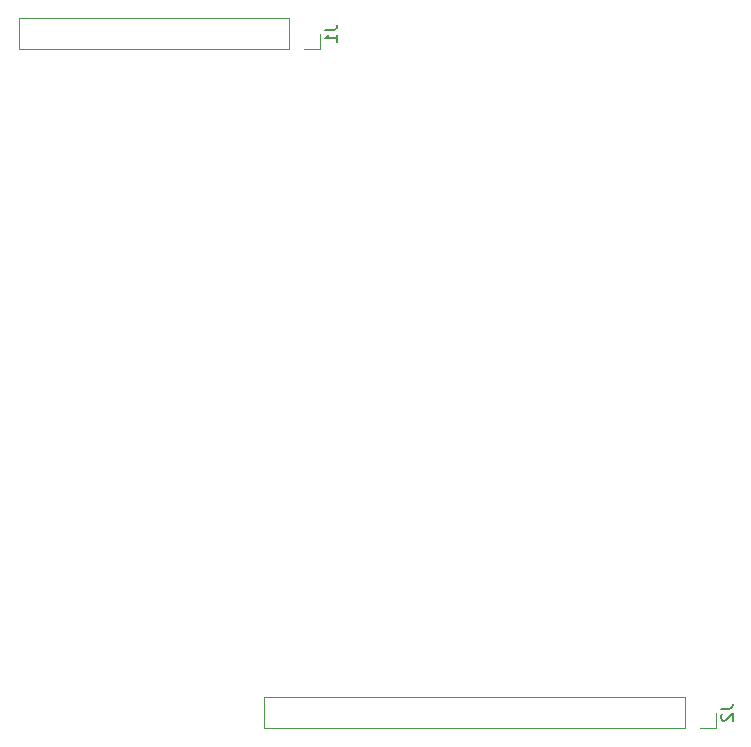
<source format=gbo>
G04 #@! TF.GenerationSoftware,KiCad,Pcbnew,(5.0.0)*
G04 #@! TF.CreationDate,2019-04-03T17:17:35-07:00*
G04 #@! TF.ProjectId,kicad-control-board,6B696361642D636F6E74726F6C2D626F,rev?*
G04 #@! TF.SameCoordinates,Original*
G04 #@! TF.FileFunction,Legend,Bot*
G04 #@! TF.FilePolarity,Positive*
%FSLAX46Y46*%
G04 Gerber Fmt 4.6, Leading zero omitted, Abs format (unit mm)*
G04 Created by KiCad (PCBNEW (5.0.0)) date 04/03/19 17:17:35*
%MOMM*%
%LPD*%
G01*
G04 APERTURE LIST*
%ADD10C,0.120000*%
%ADD11C,0.150000*%
G04 APERTURE END LIST*
D10*
G04 #@! TO.C,J2*
X99330000Y-104830000D02*
X99330000Y-103500000D01*
X98000000Y-104830000D02*
X99330000Y-104830000D01*
X96730000Y-104830000D02*
X96730000Y-102170000D01*
X96730000Y-102170000D02*
X61110000Y-102170000D01*
X96730000Y-104830000D02*
X61110000Y-104830000D01*
X61110000Y-104830000D02*
X61110000Y-102170000D01*
G04 #@! TO.C,J1*
X40310000Y-47330000D02*
X40310000Y-44670000D01*
X63230000Y-47330000D02*
X40310000Y-47330000D01*
X63230000Y-44670000D02*
X40310000Y-44670000D01*
X63230000Y-47330000D02*
X63230000Y-44670000D01*
X64500000Y-47330000D02*
X65830000Y-47330000D01*
X65830000Y-47330000D02*
X65830000Y-46000000D01*
G04 #@! TO.C,J2*
D11*
X99782380Y-103166666D02*
X100496666Y-103166666D01*
X100639523Y-103119047D01*
X100734761Y-103023809D01*
X100782380Y-102880952D01*
X100782380Y-102785714D01*
X99877619Y-103595238D02*
X99830000Y-103642857D01*
X99782380Y-103738095D01*
X99782380Y-103976190D01*
X99830000Y-104071428D01*
X99877619Y-104119047D01*
X99972857Y-104166666D01*
X100068095Y-104166666D01*
X100210952Y-104119047D01*
X100782380Y-103547619D01*
X100782380Y-104166666D01*
G04 #@! TO.C,J1*
X66282380Y-45666666D02*
X66996666Y-45666666D01*
X67139523Y-45619047D01*
X67234761Y-45523809D01*
X67282380Y-45380952D01*
X67282380Y-45285714D01*
X67282380Y-46666666D02*
X67282380Y-46095238D01*
X67282380Y-46380952D02*
X66282380Y-46380952D01*
X66425238Y-46285714D01*
X66520476Y-46190476D01*
X66568095Y-46095238D01*
G04 #@! TD*
M02*

</source>
